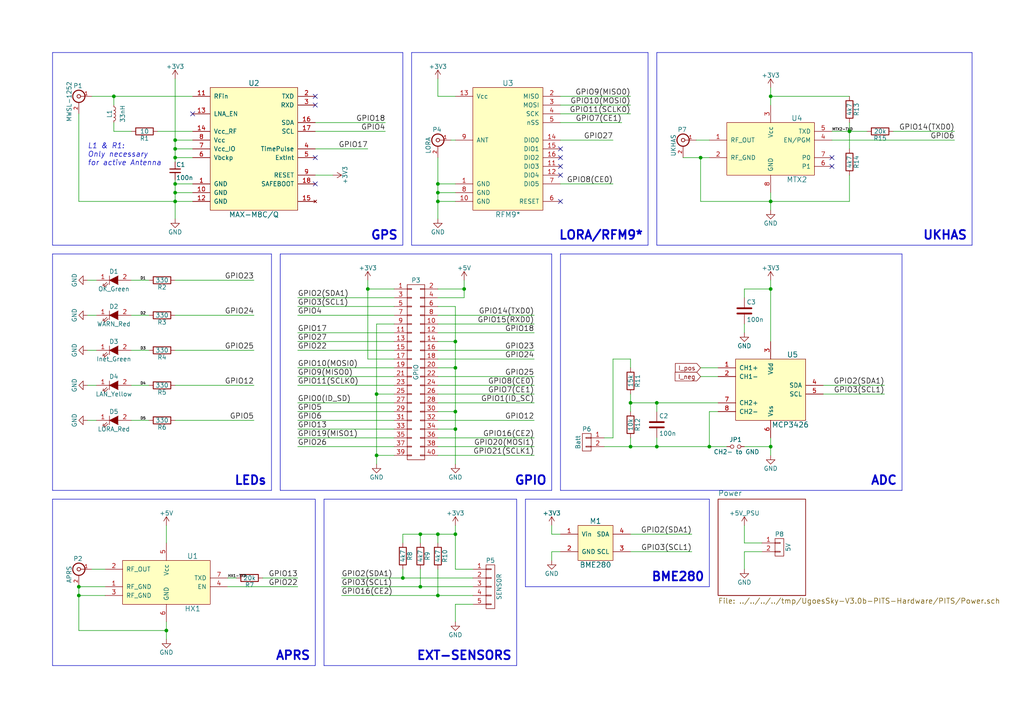
<source format=kicad_sch>
(kicad_sch (version 20230121) (generator eeschema)
  (paper "A4")
  (title_block (title "UgoesSky-V3.0b-PITS") (date "2018-05-09") (rev "C") (company "Jonas Gappert"))
  (lib_symbols
    (symbol "PITS-rescue:+3V3" (power) (pin_names (offset 0))
      (property "Value" "+3V3" (at 0 3.556 0))
      (symbol "+3V3_0_1"
        (polyline (pts (xy -0.762 1.27) (xy 0 2.54)))
        (polyline (pts (xy 0 0) (xy 0 2.54)))
        (polyline (pts (xy 0 2.54) (xy 0.762 1.27)))
      )
      (symbol "+3V3_1_1"
        (pin power_in line (at 0 0 90) (length 0) hide (name "+3V3") (number "1"))
      )
    )
    (symbol "PITS-rescue:+5V" (power) (pin_names (offset 0))
      (property "Value" "+5V" (at 0 3.556 0))
      (symbol "+5V_0_1"
        (polyline (pts (xy -0.762 1.27) (xy 0 2.54)))
        (polyline (pts (xy 0 0) (xy 0 2.54)))
        (polyline (pts (xy 0 2.54) (xy 0.762 1.27)))
      )
      (symbol "+5V_1_1"
        (pin power_in line (at 0 0 90) (length 0) hide (name "+5V") (number "1"))
      )
    )
    (symbol "PITS-rescue:+5V_PSU" (power) (pin_names (offset 0))
      (property "Value" "+5V_PSU" (at 0 3.556 0))
      (symbol "+5V_PSU_0_1"
        (polyline (pts (xy -0.762 1.27) (xy 0 2.54)))
        (polyline (pts (xy 0 0) (xy 0 2.54)))
        (polyline (pts (xy 0 2.54) (xy 0.762 1.27)))
      )
      (symbol "+5V_PSU_1_1"
        (pin power_in line (at 0 0 90) (length 0) hide (name "+5V_PSU") (number "1"))
      )
    )
    (symbol "PITS-rescue:BME280" (pin_names (offset 1.016))
      (property "Reference" "U" (at 0 6.35 0))
      (property "Value" "BME280" (at 0 -6.35 0))
      (symbol "BME280_0_1"
        (rectangle (start -5.08 5.08) (end 5.08 -5.08) (fill (type background)))
      )
      (symbol "BME280_1_1"
        (pin power_in line (at -10.16 2.54 0) (length 5.08) (name "Vin") (number "1"))
        (pin power_in line (at -10.16 -2.54 0) (length 5.08) (name "GND") (number "2"))
        (pin input line (at 10.16 -2.54 180) (length 5.08) (name "SCL") (number "3"))
        (pin bidirectional line (at 10.16 2.54 180) (length 5.08) (name "SDA") (number "4"))
      )
    )
    (symbol "PITS-rescue:BNC" (pin_names (offset 1.016) hide)
      (property "Reference" "P" (at 0.254 3.048 0))
      (property "Value" "BNC" (at 2.794 -1.524 90))
      (symbol "BNC_0_1"
        (circle (center 0 0) (radius 0.508) (stroke (width 0.2032)))
        (circle (center 0 0) (radius 1.778) (stroke (width 0.3048)))
      )
      (symbol "BNC_1_1"
        (pin passive line (at -3.81 0 0) (length 3.302) (name "In") (number "1"))
        (pin passive line (at 0 -5.08 90) (length 3.302) (name "Ext") (number "2"))
      )
    )
    (symbol "PITS-rescue:C" (pin_numbers hide) (pin_names (offset 0.254))
      (property "Reference" "C" (at 0.635 2.54 0))
      (property "Value" "C" (at 0.635 -2.54 0))
      (symbol "C_0_1"
        (polyline (pts (xy -2.032 -0.762) (xy 2.032 -0.762)) (stroke (width 0.508)))
        (polyline (pts (xy -2.032 0.762) (xy 2.032 0.762)) (stroke (width 0.508)))
      )
      (symbol "C_1_1"
        (pin passive line (at 0 3.81 270) (length 2.794) (name "~") (number "1"))
        (pin passive line (at 0 -3.81 90) (length 2.794) (name "~") (number "2"))
      )
    )
    (symbol "PITS-rescue:CONN_01X02" (pin_names (offset 1.016) hide)
      (property "Reference" "P" (at 0 3.81 0))
      (property "Value" "CONN_01X02" (at 2.54 0 90))
      (symbol "CONN_01X02_0_1"
        (rectangle (start -1.27 -1.143) (end 0.254 -1.397))
        (rectangle (start -1.27 1.397) (end 0.254 1.143))
        (rectangle (start -1.27 2.54) (end 1.27 -2.54))
      )
      (symbol "CONN_01X02_1_1"
        (pin passive line (at -5.08 1.27 0) (length 3.81) (name "P1") (number "1"))
        (pin passive line (at -5.08 -1.27 0) (length 3.81) (name "P2") (number "2"))
      )
    )
    (symbol "PITS-rescue:CONN_01X05" (pin_names (offset 1.016) hide)
      (property "Reference" "P" (at 0 7.62 0))
      (property "Value" "CONN_01X05" (at 2.54 0 90))
      (symbol "CONN_01X05_0_1"
        (rectangle (start -1.27 -4.953) (end 0.254 -5.207))
        (rectangle (start -1.27 -2.413) (end 0.254 -2.667))
        (rectangle (start -1.27 0.127) (end 0.254 -0.127))
        (rectangle (start -1.27 2.667) (end 0.254 2.413))
        (rectangle (start -1.27 5.207) (end 0.254 4.953))
        (rectangle (start -1.27 6.35) (end 1.27 -6.35))
      )
      (symbol "CONN_01X05_1_1"
        (pin passive line (at -5.08 5.08 0) (length 3.81) (name "P1") (number "1"))
        (pin passive line (at -5.08 2.54 0) (length 3.81) (name "P2") (number "2"))
        (pin passive line (at -5.08 0 0) (length 3.81) (name "P3") (number "3"))
        (pin passive line (at -5.08 -2.54 0) (length 3.81) (name "P4") (number "4"))
        (pin passive line (at -5.08 -5.08 0) (length 3.81) (name "P5") (number "5"))
      )
    )
    (symbol "PITS-rescue:CONN_02X20" (pin_names (offset 0.0254) hide)
      (property "Reference" "P" (at 0 26.67 0))
      (property "Value" "CONN_02X20" (at 0 0 90))
      (symbol "CONN_02X20_0_1"
        (rectangle (start -2.54 -24.003) (end -1.27 -24.257))
        (rectangle (start -2.54 -21.463) (end -1.27 -21.717))
        (rectangle (start -2.54 -18.923) (end -1.27 -19.177))
        (rectangle (start -2.54 -16.383) (end -1.27 -16.637))
        (rectangle (start -2.54 -13.843) (end -1.27 -14.097))
        (rectangle (start -2.54 -11.303) (end -1.27 -11.557))
        (rectangle (start -2.54 -8.763) (end -1.27 -9.017))
        (rectangle (start -2.54 -6.223) (end -1.27 -6.477))
        (rectangle (start -2.54 -3.683) (end -1.27 -3.937))
        (rectangle (start -2.54 -1.143) (end -1.27 -1.397))
        (rectangle (start -2.54 1.397) (end -1.27 1.143))
        (rectangle (start -2.54 3.937) (end -1.27 3.683))
        (rectangle (start -2.54 6.477) (end -1.27 6.223))
        (rectangle (start -2.54 9.017) (end -1.27 8.763))
        (rectangle (start -2.54 11.557) (end -1.27 11.303))
        (rectangle (start -2.54 14.097) (end -1.27 13.843))
        (rectangle (start -2.54 16.637) (end -1.27 16.383))
        (rectangle (start -2.54 19.177) (end -1.27 18.923))
        (rectangle (start -2.54 21.717) (end -1.27 21.463))
        (rectangle (start -2.54 24.257) (end -1.27 24.003))
        (rectangle (start -2.54 25.4) (end 2.54 -25.4))
        (rectangle (start 1.27 -24.003) (end 2.54 -24.257))
        (rectangle (start 1.27 -21.463) (end 2.54 -21.717))
        (rectangle (start 1.27 -18.923) (end 2.54 -19.177))
        (rectangle (start 1.27 -16.383) (end 2.54 -16.637))
        (rectangle (start 1.27 -13.843) (end 2.54 -14.097))
        (rectangle (start 1.27 -11.303) (end 2.54 -11.557))
        (rectangle (start 1.27 -8.763) (end 2.54 -9.017))
        (rectangle (start 1.27 -6.223) (end 2.54 -6.477))
        (rectangle (start 1.27 -3.683) (end 2.54 -3.937))
        (rectangle (start 1.27 -1.143) (end 2.54 -1.397))
        (rectangle (start 1.27 1.397) (end 2.54 1.143))
        (rectangle (start 1.27 3.937) (end 2.54 3.683))
        (rectangle (start 1.27 6.477) (end 2.54 6.223))
        (rectangle (start 1.27 9.017) (end 2.54 8.763))
        (rectangle (start 1.27 11.557) (end 2.54 11.303))
        (rectangle (start 1.27 14.097) (end 2.54 13.843))
        (rectangle (start 1.27 16.637) (end 2.54 16.383))
        (rectangle (start 1.27 19.177) (end 2.54 18.923))
        (rectangle (start 1.27 21.717) (end 2.54 21.463))
        (rectangle (start 1.27 24.257) (end 2.54 24.003))
      )
      (symbol "CONN_02X20_1_1"
        (pin passive line (at -6.35 24.13 0) (length 3.81) (name "P1") (number "1"))
        (pin passive line (at 6.35 13.97 180) (length 3.81) (name "P10") (number "10"))
        (pin passive line (at -6.35 11.43 0) (length 3.81) (name "P11") (number "11"))
        (pin passive line (at 6.35 11.43 180) (length 3.81) (name "P12") (number "12"))
        (pin passive line (at -6.35 8.89 0) (length 3.81) (name "P13") (number "13"))
        (pin passive line (at 6.35 8.89 180) (length 3.81) (name "P14") (number "14"))
        (pin passive line (at -6.35 6.35 0) (length 3.81) (name "P15") (number "15"))
        (pin passive line (at 6.35 6.35 180) (length 3.81) (name "P16") (number "16"))
        (pin passive line (at -6.35 3.81 0) (length 3.81) (name "P17") (number "17"))
        (pin passive line (at 6.35 3.81 180) (length 3.81) (name "P18") (number "18"))
        (pin passive line (at -6.35 1.27 0) (length 3.81) (name "P19") (number "19"))
        (pin passive line (at 6.35 24.13 180) (length 3.81) (name "P2") (number "2"))
        (pin passive line (at 6.35 1.27 180) (length 3.81) (name "P20") (number "20"))
        (pin passive line (at -6.35 -1.27 0) (length 3.81) (name "P21") (number "21"))
        (pin passive line (at 6.35 -1.27 180) (length 3.81) (name "P22") (number "22"))
        (pin passive line (at -6.35 -3.81 0) (length 3.81) (name "P23") (number "23"))
        (pin passive line (at 6.35 -3.81 180) (length 3.81) (name "P24") (number "24"))
        (pin passive line (at -6.35 -6.35 0) (length 3.81) (name "P25") (number "25"))
        (pin passive line (at 6.35 -6.35 180) (length 3.81) (name "P26") (number "26"))
        (pin passive line (at -6.35 -8.89 0) (length 3.81) (name "P27") (number "27"))
        (pin passive line (at 6.35 -8.89 180) (length 3.81) (name "P28") (number "28"))
        (pin passive line (at -6.35 -11.43 0) (length 3.81) (name "P29") (number "29"))
        (pin passive line (at -6.35 21.59 0) (length 3.81) (name "P3") (number "3"))
        (pin passive line (at 6.35 -11.43 180) (length 3.81) (name "P30") (number "30"))
        (pin passive line (at -6.35 -13.97 0) (length 3.81) (name "P31") (number "31"))
        (pin passive line (at 6.35 -13.97 180) (length 3.81) (name "P32") (number "32"))
        (pin passive line (at -6.35 -16.51 0) (length 3.81) (name "P33") (number "33"))
        (pin passive line (at 6.35 -16.51 180) (length 3.81) (name "P34") (number "34"))
        (pin passive line (at -6.35 -19.05 0) (length 3.81) (name "P35") (number "35"))
        (pin passive line (at 6.35 -19.05 180) (length 3.81) (name "P36") (number "36"))
        (pin passive line (at -6.35 -21.59 0) (length 3.81) (name "P37") (number "37"))
        (pin passive line (at 6.35 -21.59 180) (length 3.81) (name "P38") (number "38"))
        (pin passive line (at -6.35 -24.13 0) (length 3.81) (name "P39") (number "39"))
        (pin passive line (at 6.35 21.59 180) (length 3.81) (name "P4") (number "4"))
        (pin passive line (at 6.35 -24.13 180) (length 3.81) (name "P40") (number "40"))
        (pin passive line (at -6.35 19.05 0) (length 3.81) (name "P5") (number "5"))
        (pin passive line (at 6.35 19.05 180) (length 3.81) (name "P6") (number "6"))
        (pin passive line (at -6.35 16.51 0) (length 3.81) (name "P7") (number "7"))
        (pin passive line (at 6.35 16.51 180) (length 3.81) (name "P8") (number "8"))
        (pin passive line (at -6.35 13.97 0) (length 3.81) (name "P9") (number "9"))
      )
    )
    (symbol "PITS-rescue:C_Small" (pin_numbers hide) (pin_names (offset 0.254) hide)
      (property "Reference" "C" (at 0.254 1.778 0))
      (property "Value" "C_Small" (at 0.254 -2.032 0))
      (symbol "C_Small_0_1"
        (polyline (pts (xy -1.524 -0.508) (xy 1.524 -0.508)) (stroke (width 0.3302)))
        (polyline (pts (xy -1.524 0.508) (xy 1.524 0.508)) (stroke (width 0.3048)))
      )
      (symbol "C_Small_1_1"
        (pin passive line (at 0 2.54 270) (length 2.032) (name "~") (number "1"))
        (pin passive line (at 0 -2.54 90) (length 2.032) (name "~") (number "2"))
      )
    )
    (symbol "PITS-rescue:GND" (power) (pin_names (offset 0))
      (property "Value" "GND" (at 0 -3.81 0))
      (symbol "GND_0_1"
        (polyline (pts (xy 0 0) (xy 0 -1.27) (xy 1.27 -1.27) (xy 0 -2.54) (xy -1.27 -1.27) (xy 0 -1.27)))
      )
      (symbol "GND_1_1"
        (pin power_in line (at 0 0 270) (length 0) hide (name "GND") (number "1"))
      )
    )
    (symbol "PITS-rescue:HX1" (pin_names (offset 1.016))
      (property "Reference" "U" (at 7.62 6.35 0))
      (property "Value" "HX1" (at 7.62 -8.89 0))
      (symbol "HX1_0_1"
        (rectangle (start -12.7 5.08) (end 12.7 -7.62) (fill (type background)))
      )
      (symbol "HX1_1_1"
        (pin power_in line (at -17.78 -2.54 0) (length 5.08) (name "RF_GND") (number "1"))
        (pin output line (at -17.78 2.54 0) (length 5.08) (name "RF_OUT") (number "2"))
        (pin power_in line (at -17.78 -5.08 0) (length 5.08) (name "RF_GND") (number "3"))
        (pin input line (at 17.78 -2.54 180) (length 5.08) (name "EN") (number "4"))
        (pin power_in line (at 0 10.16 270) (length 5.08) (name "Vcc") (number "5"))
        (pin power_in line (at 0 -12.7 90) (length 5.08) (name "GND") (number "6"))
        (pin input line (at 17.78 0 180) (length 5.08) (name "TXD") (number "7"))
      )
    )
    (symbol "PITS-rescue:INDUCTOR_Small" (pin_numbers hide) (pin_names (offset 0.254) hide)
      (property "Reference" "L" (at 0.762 1.016 0))
      (property "Value" "INDUCTOR_Small" (at 0.762 -1.016 0))
      (symbol "INDUCTOR_Small_0_1"
        (arc (start 0 -2.032) (mid 0.5058 -1.524) (end 0 -1.016))
        (arc (start 0 -1.016) (mid 0.5058 -0.508) (end 0 0))
        (arc (start 0 0) (mid 0.5058 0.508) (end 0 1.016))
        (arc (start 0 1.016) (mid 0.5058 1.524) (end 0 2.032))
      )
      (symbol "INDUCTOR_Small_1_1"
        (pin passive line (at 0 2.54 270) (length 0.508) (name "~") (number "1"))
        (pin passive line (at 0 -2.54 90) (length 0.508) (name "~") (number "2"))
      )
    )
    (symbol "PITS-rescue:JUMPER_NO_Small" (pin_numbers hide) (pin_names (offset 0.762) hide)
      (property "Reference" "JP" (at 0 2.032 0))
      (property "Value" "JUMPER_NO_Small" (at 0.254 -1.524 0))
      (symbol "JUMPER_NO_Small_0_1"
        (circle (center -1.016 0) (radius 0.508))
        (circle (center 1.016 0) (radius 0.508))
        (pin passive line (at -2.54 0 0) (length 1.016) (name "1") (number "1"))
        (pin passive line (at 2.54 0 180) (length 1.016) (name "2") (number "2"))
      )
    )
    (symbol "PITS-rescue:LED" (pin_names (offset 1.016) hide)
      (property "Reference" "D" (at 0 2.54 0))
      (property "Value" "LED" (at 0 -2.54 0))
      (symbol "LED_0_1"
        (polyline (pts (xy -1.27 1.27) (xy -1.27 -1.27)))
        (polyline (pts (xy -2.032 -0.635) (xy -3.175 -1.651) (xy -3.048 -1.016)))
        (polyline (pts (xy -1.651 -1.016) (xy -2.794 -2.032) (xy -2.667 -1.397)))
        (polyline (pts (xy 1.27 1.27) (xy -1.27 0) (xy 1.27 -1.27)) (fill (type outline)))
      )
      (symbol "LED_1_1"
        (pin passive line (at -5.08 0 0) (length 3.81) (name "K") (number "1"))
        (pin passive line (at 5.08 0 180) (length 3.81) (name "A") (number "2"))
      )
    )
    (symbol "PITS-rescue:MAX-M8C/Q" (pin_names (offset 1.016))
      (property "Reference" "U" (at 0 19.05 0))
      (property "Value" "MAX-M8C/Q" (at 0 -19.05 0))
      (symbol "MAX-M8C/Q_0_1"
        (rectangle (start -12.7 17.78) (end 12.7 -17.78) (fill (type background)))
      )
      (symbol "MAX-M8C/Q_1_1"
        (pin power_in line (at -17.78 -10.16 0) (length 5.08) (name "GND") (number "1"))
        (pin power_in line (at -17.78 -12.7 0) (length 5.08) (name "GND") (number "10"))
        (pin input line (at -17.78 15.24 0) (length 5.08) (name "RFin") (number "11"))
        (pin power_in line (at -17.78 -15.24 0) (length 5.08) (name "GND") (number "12"))
        (pin output line (at -17.78 10.16 0) (length 5.08) (name "LNA_EN") (number "13"))
        (pin power_in line (at -17.78 5.08 0) (length 5.08) (name "Vcc_RF") (number "14"))
        (pin no_connect line (at 17.78 -15.24 180) (length 5.08) (name "~") (number "15"))
        (pin bidirectional line (at 17.78 7.62 180) (length 5.08) (name "SDA") (number "16"))
        (pin bidirectional line (at 17.78 5.08 180) (length 5.08) (name "SCL") (number "17"))
        (pin input line (at 17.78 -10.16 180) (length 5.08) (name "SAFEBOOT") (number "18"))
        (pin output line (at 17.78 15.24 180) (length 5.08) (name "TXD") (number "2"))
        (pin input line (at 17.78 12.7 180) (length 5.08) (name "RXD") (number "3"))
        (pin output line (at 17.78 0 180) (length 5.08) (name "TimePulse") (number "4"))
        (pin input line (at 17.78 -2.54 180) (length 5.08) (name "ExtInt") (number "5"))
        (pin power_in line (at -17.78 -2.54 0) (length 5.08) (name "Vbckp") (number "6"))
        (pin power_in line (at -17.78 0 0) (length 5.08) (name "Vcc_IO") (number "7"))
        (pin power_in line (at -17.78 2.54 0) (length 5.08) (name "Vcc") (number "8"))
        (pin input line (at 17.78 -7.62 180) (length 5.08) (name "RESET") (number "9"))
      )
    )
    (symbol "PITS-rescue:MCP3426" (pin_names (offset 1.016))
      (property "Reference" "U" (at 6.35 8.89 0))
      (property "Value" "MCP3426" (at 5.715 -11.43 0))
      (symbol "MCP3426_0_1"
        (rectangle (start -10.16 -10.16) (end 10.16 7.62) (fill (type background)))
      )
      (symbol "MCP3426_1_1"
        (pin input line (at -15.24 5.08 0) (length 5.08) (name "CH1+") (number "1"))
        (pin input line (at -15.24 2.54 0) (length 5.08) (name "CH1-") (number "2"))
        (pin power_in line (at 0 12.7 270) (length 5.08) (name "Vdd") (number "3"))
        (pin bidirectional line (at 15.24 0 180) (length 5.08) (name "SDA") (number "4"))
        (pin input line (at 15.24 -2.54 180) (length 5.08) (name "SCL") (number "5"))
        (pin power_in line (at 0 -15.24 90) (length 5.08) (name "Vss") (number "6"))
        (pin input line (at -15.24 -5.08 0) (length 5.08) (name "CH2+") (number "7"))
        (pin input line (at -15.24 -7.62 0) (length 5.08) (name "CH2-") (number "8"))
      )
    )
    (symbol "PITS-rescue:MTX2" (pin_names (offset 1.016))
      (property "Reference" "U" (at 7.62 8.89 0))
      (property "Value" "MTX2" (at 7.62 -8.89 0))
      (symbol "MTX2_0_1"
        (rectangle (start -12.7 7.62) (end 12.7 -7.62) (fill (type background)))
      )
      (symbol "MTX2_1_1"
        (pin output line (at -17.78 2.54 0) (length 5.08) (name "RF_OUT") (number "1"))
        (pin power_in line (at -17.78 -2.54 0) (length 5.08) (name "RF_GND") (number "2"))
        (pin power_in line (at 0 12.7 270) (length 5.08) (name "Vcc") (number "3"))
        (pin input line (at 17.78 2.54 180) (length 5.08) (name "EN/PGM") (number "4"))
        (pin input line (at 17.78 5.08 180) (length 5.08) (name "TXD") (number "5"))
        (pin input line (at 17.78 -5.08 180) (length 5.08) (name "P1") (number "6"))
        (pin input line (at 17.78 -2.54 180) (length 5.08) (name "P0") (number "7"))
        (pin power_in line (at 0 -12.7 90) (length 5.08) (name "GND") (number "8"))
      )
    )
    (symbol "PITS-rescue:R" (pin_numbers hide) (pin_names (offset 0))
      (property "Reference" "R" (at 2.032 0 90))
      (property "Value" "R" (at 0 0 90))
      (symbol "R_0_1"
        (rectangle (start -1.016 -2.54) (end 1.016 2.54) (stroke (width 0.254)))
      )
      (symbol "R_1_1"
        (pin passive line (at 0 3.81 270) (length 1.27) (name "~") (number "1"))
        (pin passive line (at 0 -3.81 90) (length 1.27) (name "~") (number "2"))
      )
    )
    (symbol "PITS-rescue:RFM9*" (pin_names (offset 1.016))
      (property "Reference" "U" (at 0 19.05 0))
      (property "Value" "RFM9*" (at 0 -19.05 0))
      (symbol "RFM9*_0_1"
        (rectangle (start -10.16 17.78) (end 10.16 -17.78) (fill (type background)))
      )
      (symbol "RFM9*_1_1"
        (pin power_in line (at -15.24 -10.16 0) (length 5.08) (name "GND") (number "1"))
        (pin power_in line (at -15.24 -15.24 0) (length 5.08) (name "GND") (number "10"))
        (pin bidirectional line (at 15.24 -5.08 180) (length 5.08) (name "DIO3") (number "11"))
        (pin bidirectional line (at 15.24 -7.62 180) (length 5.08) (name "DIO4") (number "12"))
        (pin power_in line (at -15.24 15.24 0) (length 5.08) (name "Vcc") (number "13"))
        (pin bidirectional line (at 15.24 2.54 180) (length 5.08) (name "DIO0") (number "14"))
        (pin bidirectional line (at 15.24 0 180) (length 5.08) (name "DIO1") (number "15"))
        (pin bidirectional line (at 15.24 -2.54 180) (length 5.08) (name "DIO2") (number "16"))
        (pin input line (at 15.24 15.24 180) (length 5.08) (name "MISO") (number "2"))
        (pin output line (at 15.24 12.7 180) (length 5.08) (name "MOSI") (number "3"))
        (pin input line (at 15.24 10.16 180) (length 5.08) (name "SCK") (number "4"))
        (pin input line (at 15.24 7.62 180) (length 5.08) (name "nSS") (number "5"))
        (pin bidirectional line (at 15.24 -15.24 180) (length 5.08) (name "RESET") (number "6"))
        (pin bidirectional line (at 15.24 -10.16 180) (length 5.08) (name "DIO5") (number "7"))
        (pin power_in line (at -15.24 -12.7 0) (length 5.08) (name "GND") (number "8"))
        (pin output line (at -15.24 2.54 0) (length 5.08) (name "ANT") (number "9"))
      )
    )
  )
  (junction (at 109.22 132.08))
  (junction (at 127 154.94))
  (junction (at 132.08 119.38))
  (junction (at 132.08 106.68))
  (junction (at 182.88 129.54))
  (junction (at 50.8 40.64))
  (junction (at 223.52 129.54))
  (junction (at 116.84 167.64))
  (junction (at 50.8 45.72))
  (junction (at 190.5 129.54))
  (junction (at 132.08 154.94))
  (junction (at 246.38 38.1))
  (junction (at 205.74 129.54))
  (junction (at 48.26 182.88))
  (junction (at 203.2 45.72))
  (junction (at 50.8 55.88))
  (junction (at 190.5 116.84))
  (junction (at 134.62 83.82))
  (junction (at 132.08 124.46))
  (junction (at 33.02 27.94))
  (junction (at 223.52 83.82))
  (junction (at 22.86 172.72))
  (junction (at 127 55.88))
  (junction (at 223.52 27.94))
  (junction (at 182.88 116.84))
  (junction (at 127 53.34))
  (junction (at 127 58.42))
  (junction (at 109.22 114.3))
  (junction (at 127 172.72))
  (junction (at 121.92 170.18))
  (junction (at 223.52 58.42))
  (junction (at 106.68 83.82))
  (junction (at 50.8 43.18))
  (junction (at 50.8 58.42))
  (junction (at 22.86 170.18))
  (junction (at 121.92 154.94))
  (junction (at 50.8 53.34))
  (junction (at 132.08 99.06))
  (no_connect (at 91.44 27.94))
  (no_connect (at 91.44 30.48))
  (no_connect (at 162.56 45.72))
  (no_connect (at 91.44 53.34))
  (no_connect (at 55.88 33.02))
  (no_connect (at 162.56 43.18))
  (no_connect (at 241.3 48.26))
  (no_connect (at 162.56 58.42))
  (no_connect (at 162.56 50.8))
  (no_connect (at 241.3 45.72))
  (no_connect (at 91.44 45.72))
  (no_connect (at 162.56 48.26))
  (wire (pts (xy 177.8 104.14) (xy 177.8 127)))
  (wire (pts (xy 127 45.72) (xy 127 53.34)))
  (wire (pts (xy 45.72 38.1) (xy 55.88 38.1)))
  (wire (pts (xy 215.9 152.4) (xy 215.9 157.48)))
  (wire (pts (xy 198.12 45.72) (xy 203.2 45.72)))
  (wire (pts (xy 127 124.46) (xy 132.08 124.46)))
  (wire (pts (xy 132.08 53.34) (xy 127 53.34)))
  (wire (pts (xy 50.8 81.28) (xy 73.66 81.28)))
  (polyline (pts (xy 91.44 193.04) (xy 15.24 193.04)))
  (wire (pts (xy 91.44 35.56) (xy 111.76 35.56)))
  (wire (pts (xy 43.18 91.44) (xy 38.1 91.44)))
  (wire (pts (xy 127 101.6) (xy 154.94 101.6)))
  (wire (pts (xy 43.18 121.92) (xy 38.1 121.92)))
  (polyline (pts (xy 149.86 193.04) (xy 93.98 193.04)))
  (wire (pts (xy 25.4 121.92) (xy 27.94 121.92)))
  (wire (pts (xy 190.5 116.84) (xy 208.28 116.84)))
  (wire (pts (xy 203.2 45.72) (xy 203.2 58.42)))
  (wire (pts (xy 215.9 96.52) (xy 215.9 93.98)))
  (wire (pts (xy 215.9 165.1) (xy 215.9 160.02)))
  (wire (pts (xy 114.3 106.68) (xy 86.36 106.68)))
  (wire (pts (xy 91.44 43.18) (xy 106.68 43.18)))
  (wire (pts (xy 25.4 91.44) (xy 27.94 91.44)))
  (wire (pts (xy 132.08 119.38) (xy 132.08 124.46)))
  (wire (pts (xy 223.52 132.08) (xy 223.52 129.54)))
  (wire (pts (xy 215.9 86.36) (xy 215.9 83.82)))
  (polyline (pts (xy 15.24 193.04) (xy 15.24 144.78)))
  (wire (pts (xy 203.2 58.42) (xy 223.52 58.42)))
  (wire (pts (xy 238.76 111.76) (xy 256.54 111.76)))
  (wire (pts (xy 154.94 96.52) (xy 127 96.52)))
  (wire (pts (xy 55.88 40.64) (xy 50.8 40.64)))
  (wire (pts (xy 106.68 83.82) (xy 114.3 83.82)))
  (wire (pts (xy 121.92 157.48) (xy 121.92 154.94)))
  (wire (pts (xy 121.92 154.94) (xy 127 154.94)))
  (wire (pts (xy 190.5 129.54) (xy 190.5 127)))
  (wire (pts (xy 127 88.9) (xy 132.08 88.9)))
  (wire (pts (xy 223.52 55.88) (xy 223.52 58.42)))
  (wire (pts (xy 162.56 30.48) (xy 182.88 30.48)))
  (wire (pts (xy 109.22 132.08) (xy 109.22 134.62)))
  (wire (pts (xy 127 106.68) (xy 132.08 106.68)))
  (wire (pts (xy 25.4 111.76) (xy 27.94 111.76)))
  (wire (pts (xy 223.52 58.42) (xy 223.52 60.96)))
  (wire (pts (xy 223.52 25.4) (xy 223.52 27.94)))
  (wire (pts (xy 114.3 111.76) (xy 86.36 111.76)))
  (wire (pts (xy 66.04 167.64) (xy 68.58 167.64)))
  (wire (pts (xy 127 58.42) (xy 132.08 58.42)))
  (polyline (pts (xy 116.84 15.24) (xy 116.84 71.12)))
  (wire (pts (xy 33.02 30.48) (xy 33.02 27.94)))
  (wire (pts (xy 132.08 124.46) (xy 132.08 134.62)))
  (wire (pts (xy 127 172.72) (xy 137.16 172.72)))
  (wire (pts (xy 114.3 93.98) (xy 109.22 93.98)))
  (wire (pts (xy 246.38 35.56) (xy 246.38 38.1)))
  (wire (pts (xy 116.84 165.1) (xy 116.84 167.64)))
  (wire (pts (xy 127 58.42) (xy 127 63.5)))
  (wire (pts (xy 134.62 81.28) (xy 134.62 83.82)))
  (wire (pts (xy 127 165.1) (xy 127 172.72)))
  (wire (pts (xy 33.02 27.94) (xy 55.88 27.94)))
  (wire (pts (xy 132.08 88.9) (xy 132.08 99.06)))
  (wire (pts (xy 127 55.88) (xy 132.08 55.88)))
  (wire (pts (xy 215.9 129.54) (xy 223.52 129.54)))
  (wire (pts (xy 30.48 165.1) (xy 26.67 165.1)))
  (polyline (pts (xy 281.94 71.12) (xy 190.5 71.12)))
  (wire (pts (xy 114.3 91.44) (xy 86.36 91.44)))
  (wire (pts (xy 50.8 40.64) (xy 50.8 43.18)))
  (wire (pts (xy 38.1 111.76) (xy 43.18 111.76)))
  (wire (pts (xy 30.48 172.72) (xy 22.86 172.72)))
  (wire (pts (xy 154.94 91.44) (xy 127 91.44)))
  (wire (pts (xy 50.8 91.44) (xy 73.66 91.44)))
  (wire (pts (xy 22.86 33.02) (xy 22.86 58.42)))
  (wire (pts (xy 127 129.54) (xy 154.94 129.54)))
  (wire (pts (xy 182.88 116.84) (xy 190.5 116.84)))
  (wire (pts (xy 205.74 119.38) (xy 208.28 119.38)))
  (wire (pts (xy 22.86 170.18) (xy 22.86 172.72)))
  (wire (pts (xy 132.08 99.06) (xy 132.08 106.68)))
  (wire (pts (xy 106.68 81.28) (xy 106.68 83.82)))
  (wire (pts (xy 162.56 53.34) (xy 177.8 53.34)))
  (polyline (pts (xy 78.74 73.66) (xy 78.74 142.24)))
  (polyline (pts (xy 15.24 142.24) (xy 15.24 73.66)))
  (wire (pts (xy 160.02 160.02) (xy 162.56 160.02)))
  (wire (pts (xy 241.3 38.1) (xy 246.38 38.1)))
  (wire (pts (xy 154.94 111.76) (xy 127 111.76)))
  (polyline (pts (xy 119.38 71.12) (xy 119.38 15.24)))
  (wire (pts (xy 50.8 53.34) (xy 50.8 55.88)))
  (polyline (pts (xy 187.96 71.12) (xy 119.38 71.12)))
  (wire (pts (xy 38.1 38.1) (xy 33.02 38.1)))
  (wire (pts (xy 86.36 127) (xy 114.3 127)))
  (wire (pts (xy 246.38 38.1) (xy 246.38 43.18)))
  (wire (pts (xy 182.88 154.94) (xy 200.66 154.94)))
  (wire (pts (xy 86.36 88.9) (xy 114.3 88.9)))
  (wire (pts (xy 48.26 182.88) (xy 48.26 185.42)))
  (wire (pts (xy 132.08 152.4) (xy 132.08 154.94)))
  (wire (pts (xy 50.8 58.42) (xy 55.88 58.42)))
  (polyline (pts (xy 281.94 15.24) (xy 281.94 71.12)))
  (wire (pts (xy 116.84 157.48) (xy 116.84 154.94)))
  (wire (pts (xy 99.06 167.64) (xy 116.84 167.64)))
  (wire (pts (xy 238.76 114.3) (xy 256.54 114.3)))
  (wire (pts (xy 182.88 129.54) (xy 182.88 127)))
  (wire (pts (xy 114.3 114.3) (xy 109.22 114.3)))
  (wire (pts (xy 38.1 101.6) (xy 43.18 101.6)))
  (wire (pts (xy 130.81 40.64) (xy 132.08 40.64)))
  (polyline (pts (xy 81.28 142.24) (xy 81.28 73.66)))
  (polyline (pts (xy 149.86 144.78) (xy 149.86 193.04)))
  (wire (pts (xy 132.08 175.26) (xy 137.16 175.26)))
  (polyline (pts (xy 15.24 71.12) (xy 15.24 15.24)))
  (wire (pts (xy 132.08 165.1) (xy 137.16 165.1)))
  (polyline (pts (xy 119.38 15.24) (xy 187.96 15.24)))
  (polyline (pts (xy 15.24 144.78) (xy 91.44 144.78)))
  (polyline (pts (xy 205.74 170.18) (xy 152.4 170.18)))
  (wire (pts (xy 50.8 58.42) (xy 50.8 63.5)))
  (wire (pts (xy 50.8 45.72) (xy 55.88 45.72)))
  (wire (pts (xy 116.84 167.64) (xy 137.16 167.64)))
  (wire (pts (xy 99.06 172.72) (xy 127 172.72)))
  (wire (pts (xy 55.88 53.34) (xy 50.8 53.34)))
  (wire (pts (xy 205.74 40.64) (xy 201.93 40.64)))
  (polyline (pts (xy 91.44 144.78) (xy 91.44 193.04)))
  (wire (pts (xy 154.94 127) (xy 127 127)))
  (wire (pts (xy 26.67 27.94) (xy 33.02 27.94)))
  (wire (pts (xy 22.86 182.88) (xy 48.26 182.88)))
  (wire (pts (xy 121.92 165.1) (xy 121.92 170.18)))
  (polyline (pts (xy 190.5 71.12) (xy 190.5 15.24)))
  (wire (pts (xy 127 93.98) (xy 154.94 93.98)))
  (wire (pts (xy 50.8 101.6) (xy 73.66 101.6)))
  (wire (pts (xy 132.08 180.34) (xy 132.08 175.26)))
  (wire (pts (xy 205.74 129.54) (xy 210.82 129.54)))
  (wire (pts (xy 190.5 116.84) (xy 190.5 119.38)))
  (wire (pts (xy 50.8 43.18) (xy 50.8 45.72)))
  (wire (pts (xy 50.8 111.76) (xy 73.66 111.76)))
  (wire (pts (xy 86.36 109.22) (xy 114.3 109.22)))
  (wire (pts (xy 25.4 101.6) (xy 27.94 101.6)))
  (wire (pts (xy 66.04 170.18) (xy 86.36 170.18)))
  (wire (pts (xy 127 27.94) (xy 132.08 27.94)))
  (wire (pts (xy 86.36 96.52) (xy 114.3 96.52)))
  (wire (pts (xy 182.88 104.14) (xy 182.88 106.68)))
  (wire (pts (xy 223.52 81.28) (xy 223.52 83.82)))
  (polyline (pts (xy 261.62 73.66) (xy 261.62 142.24)))
  (wire (pts (xy 160.02 154.94) (xy 162.56 154.94)))
  (wire (pts (xy 121.92 170.18) (xy 137.16 170.18)))
  (wire (pts (xy 132.08 106.68) (xy 132.08 119.38)))
  (wire (pts (xy 246.38 58.42) (xy 246.38 50.8)))
  (polyline (pts (xy 162.56 142.24) (xy 162.56 73.66)))
  (wire (pts (xy 109.22 93.98) (xy 109.22 114.3)))
  (polyline (pts (xy 162.56 73.66) (xy 261.62 73.66)))
  (wire (pts (xy 50.8 52.07) (xy 50.8 53.34)))
  (wire (pts (xy 22.86 172.72) (xy 22.86 182.88)))
  (wire (pts (xy 22.86 58.42) (xy 50.8 58.42)))
  (wire (pts (xy 127 109.22) (xy 154.94 109.22)))
  (wire (pts (xy 86.36 116.84) (xy 114.3 116.84)))
  (polyline (pts (xy 78.74 142.24) (xy 15.24 142.24)))
  (wire (pts (xy 25.4 81.28) (xy 27.94 81.28)))
  (wire (pts (xy 154.94 104.14) (xy 127 104.14)))
  (wire (pts (xy 134.62 86.36) (xy 127 86.36)))
  (wire (pts (xy 48.26 180.34) (xy 48.26 182.88)))
  (polyline (pts (xy 160.02 73.66) (xy 160.02 142.24)))
  (wire (pts (xy 246.38 38.1) (xy 251.46 38.1)))
  (wire (pts (xy 86.36 101.6) (xy 114.3 101.6)))
  (polyline (pts (xy 261.62 142.24) (xy 162.56 142.24)))
  (wire (pts (xy 127 83.82) (xy 134.62 83.82)))
  (wire (pts (xy 203.2 45.72) (xy 205.74 45.72)))
  (wire (pts (xy 127 22.86) (xy 127 27.94)))
  (wire (pts (xy 154.94 132.08) (xy 127 132.08)))
  (wire (pts (xy 215.9 157.48) (xy 220.98 157.48)))
  (polyline (pts (xy 152.4 144.78) (xy 205.74 144.78)))
  (wire (pts (xy 86.36 121.92) (xy 114.3 121.92)))
  (polyline (pts (xy 15.24 15.24) (xy 116.84 15.24)))
  (wire (pts (xy 182.88 129.54) (xy 190.5 129.54)))
  (wire (pts (xy 99.06 170.18) (xy 121.92 170.18)))
  (wire (pts (xy 114.3 129.54) (xy 86.36 129.54)))
  (wire (pts (xy 91.44 38.1) (xy 111.76 38.1)))
  (wire (pts (xy 50.8 43.18) (xy 55.88 43.18)))
  (wire (pts (xy 177.8 104.14) (xy 182.88 104.14)))
  (wire (pts (xy 114.3 86.36) (xy 86.36 86.36)))
  (wire (pts (xy 127 99.06) (xy 132.08 99.06)))
  (polyline (pts (xy 160.02 142.24) (xy 81.28 142.24)))
  (wire (pts (xy 203.2 106.68) (xy 208.28 106.68)))
  (wire (pts (xy 182.88 160.02) (xy 200.66 160.02)))
  (wire (pts (xy 109.22 114.3) (xy 109.22 132.08)))
  (wire (pts (xy 160.02 162.56) (xy 160.02 160.02)))
  (wire (pts (xy 114.3 99.06) (xy 86.36 99.06)))
  (wire (pts (xy 177.8 127) (xy 175.26 127)))
  (wire (pts (xy 33.02 38.1) (xy 33.02 35.56)))
  (wire (pts (xy 223.52 129.54) (xy 223.52 127)))
  (polyline (pts (xy 152.4 170.18) (xy 152.4 144.78)))
  (wire (pts (xy 114.3 119.38) (xy 86.36 119.38)))
  (wire (pts (xy 276.86 40.64) (xy 241.3 40.64)))
  (wire (pts (xy 127 119.38) (xy 132.08 119.38)))
  (wire (pts (xy 223.52 83.82) (xy 223.52 99.06)))
  (wire (pts (xy 215.9 83.82) (xy 223.52 83.82)))
  (wire (pts (xy 175.26 129.54) (xy 182.88 129.54)))
  (wire (pts (xy 182.88 116.84) (xy 182.88 119.38)))
  (polyline (pts (xy 190.5 15.24) (xy 281.94 15.24)))
  (wire (pts (xy 134.62 83.82) (xy 134.62 86.36)))
  (wire (pts (xy 182.88 114.3) (xy 182.88 116.84)))
  (wire (pts (xy 127 55.88) (xy 127 58.42)))
  (wire (pts (xy 48.26 157.48) (xy 48.26 152.4)))
  (wire (pts (xy 50.8 22.86) (xy 50.8 40.64)))
  (polyline (pts (xy 116.84 71.12) (xy 15.24 71.12)))
  (wire (pts (xy 50.8 55.88) (xy 50.8 58.42)))
  (wire (pts (xy 50.8 55.88) (xy 55.88 55.88)))
  (wire (pts (xy 223.52 58.42) (xy 246.38 58.42)))
  (wire (pts (xy 106.68 104.14) (xy 114.3 104.14)))
  (wire (pts (xy 162.56 27.94) (xy 182.88 27.94)))
  (wire (pts (xy 190.5 129.54) (xy 205.74 129.54)))
  (wire (pts (xy 38.1 81.28) (xy 43.18 81.28)))
  (wire (pts (xy 154.94 116.84) (xy 127 116.84)))
  (wire (pts (xy 116.84 154.94) (xy 121.92 154.94)))
  (wire (pts (xy 127 121.92) (xy 154.94 121.92)))
  (wire (pts (xy 160.02 152.4) (xy 160.02 154.94)))
  (wire (pts (xy 114.3 124.46) (xy 86.36 124.46)))
  (polyline (pts (xy 93.98 193.04) (xy 93.98 144.78)))
  (wire (pts (xy 106.68 83.82) (xy 106.68 104.14)))
  (wire (pts (xy 127 114.3) (xy 154.94 114.3)))
  (wire (pts (xy 127 154.94) (xy 132.08 154.94)))
  (wire (pts (xy 91.44 50.8) (xy 96.52 50.8)))
  (wire (pts (xy 162.56 33.02) (xy 182.88 33.02)))
  (wire (pts (xy 127 154.94) (xy 127 157.48)))
  (polyline (pts (xy 15.24 73.66) (xy 78.74 73.66)))
  (polyline (pts (xy 93.98 144.78) (xy 149.86 144.78)))
  (wire (pts (xy 132.08 154.94) (xy 132.08 165.1)))
  (wire (pts (xy 127 53.34) (xy 127 55.88)))
  (wire (pts (xy 114.3 132.08) (xy 109.22 132.08)))
  (wire (pts (xy 180.34 35.56) (xy 162.56 35.56)))
  (wire (pts (xy 50.8 45.72) (xy 50.8 46.99)))
  (polyline (pts (xy 205.74 144.78) (xy 205.74 170.18)))
  (wire (pts (xy 162.56 40.64) (xy 177.8 40.64)))
  (wire (pts (xy 205.74 129.54) (xy 205.74 119.38)))
  (polyline (pts (xy 81.28 73.66) (xy 160.02 73.66)))
  (wire (pts (xy 246.38 27.94) (xy 223.52 27.94)))
  (wire (pts (xy 50.8 121.92) (xy 73.66 121.92)))
  (wire (pts (xy 76.2 167.64) (xy 86.36 167.64)))
  (wire (pts (xy 203.2 109.22) (xy 208.28 109.22)))
  (wire (pts (xy 22.86 170.18) (xy 30.48 170.18)))
  (wire (pts (xy 223.52 27.94) (xy 223.52 30.48)))
  (wire (pts (xy 259.08 38.1) (xy 276.86 38.1)))
  (wire (pts (xy 215.9 160.02) (xy 220.98 160.02)))
  (polyline (pts (xy 187.96 15.24) (xy 187.96 71.12)))
  (text "LORA/RFM9*" (at 186.69 69.85 0) (effects (font (size 2.54 2.54) (thickness 0.508) bold) (justify right bottom)))
  (text "UKHAS" (at 280.67 69.85 0) (effects (font (size 2.54 2.54) (thickness 0.508) bold) (justify right bottom)))
  (text "EXT-SENSORS" (at 148.59 191.77 0) (effects (font (size 2.54 2.54) (thickness 0.508) bold) (justify right bottom)))
  (text "BME280" (at 204.47 168.91 0) (effects (font (size 2.54 2.54) (thickness 0.508) bold) (justify right bottom)))
  (text "GPIO" (at 158.75 140.97 0) (effects (font (size 2.54 2.54) (thickness 0.508) bold) (justify right bottom)))
  (text "GPS" (at 115.57 69.85 0) (effects (font (size 2.54 2.54) (thickness 0.508) bold) (justify right bottom)))
  (text "L1 & R1:\nOnly necessary\nfor active Antenna" (at 25.4 48.26 0) (effects (font (size 1.524 1.524) italic) (justify left bottom)))
  (text "ADC" (at 260.35 140.97 0) (effects (font (size 2.54 2.54) (thickness 0.508) bold) (justify right bottom)))
  (text "LEDs" (at 77.47 140.97 0) (effects (font (size 2.54 2.54) (thickness 0.508) bold) (justify right bottom)))
  (text "APRS\n" (at 90.17 191.77 0) (effects (font (size 2.54 2.54) (thickness 0.508) bold) (justify right bottom)))
  (label "GPIO22" (at 86.36 170.18 180) (effects (font (size 1.524 1.524))))
  (label "GPIO25" (at 73.66 101.6 180) (effects (font (size 1.524 1.524))))
  (label "GPIO4" (at 111.76 38.1 180) (effects (font (size 1.524 1.524))))
  (label "GPIO27" (at 177.8 40.64 180) (effects (font (size 1.524 1.524))))
  (label "GPIO4" (at 86.36 91.44 0) (effects (font (size 1.524 1.524))))
  (label "GPIO6" (at 86.36 121.92 0) (effects (font (size 1.524 1.524))))
  (label "GPIO0(ID_SD)" (at 86.36 116.84 0) (effects (font (size 1.524 1.524))))
  (label "GPIO13" (at 86.36 167.64 180) (effects (font (size 1.524 1.524))))
  (label "GPIO26" (at 86.36 129.54 0) (effects (font (size 1.524 1.524))))
  (label "D5" (at 40.64 121.92 0) (effects (font (size 0.762 0.762))))
  (label "GPIO5" (at 73.66 121.92 180) (effects (font (size 1.524 1.524))))
  (label "GPIO5" (at 86.36 119.38 0) (effects (font (size 1.524 1.524))))
  (label "GPIO23" (at 73.66 81.28 180) (effects (font (size 1.524 1.524))))
  (label "GPIO1(ID_SC)" (at 154.94 116.84 180) (effects (font (size 1.524 1.524))))
  (label "D2" (at 40.64 91.44 0) (effects (font (size 0.762 0.762))))
  (label "GPIO14(TXD0)" (at 154.94 91.44 180) (effects (font (size 1.524 1.524))))
  (label "GPIO17" (at 86.36 96.52 0) (effects (font (size 1.524 1.524))))
  (label "GPIO24" (at 154.94 104.14 180) (effects (font (size 1.524 1.524))))
  (label "GPIO3(SCL1)" (at 86.36 88.9 0) (effects (font (size 1.524 1.524))))
  (label "GPIO15(RXD0)" (at 154.94 93.98 180) (effects (font (size 1.524 1.524))))
  (label "GPIO22" (at 86.36 101.6 0) (effects (font (size 1.524 1.524))))
  (label "GPIO12" (at 154.94 121.92 180) (effects (font (size 1.524 1.524))))
  (label "GPIO19(MISO1)" (at 86.36 127 0) (effects (font (size 1.524 1.524))))
  (label "GPIO7(CE1)" (at 180.34 35.56 180) (effects (font (size 1.524 1.524))))
  (label "GPIO7(CE1)" (at 154.94 114.3 180) (effects (font (size 1.524 1.524))))
  (label "GPIO9(MISO0)" (at 182.88 27.94 180) (effects (font (size 1.524 1.524))))
  (label "GPIO2(SDA1)" (at 200.66 154.94 180) (effects (font (size 1.524 1.524))))
  (label "GPIO12" (at 73.66 111.76 180) (effects (font (size 1.524 1.524))))
  (label "D4" (at 40.64 111.76 0) (effects (font (size 0.762 0.762))))
  (label "GPIO8(CE0)" (at 154.94 111.76 180) (effects (font (size 1.524 1.524))))
  (label "GPIO8(CE0)" (at 177.8 53.34 180) (effects (font (size 1.524 1.524))))
  (label "GPIO3(SCL1)" (at 200.66 160.02 180) (effects (font (size 1.524 1.524))))
  (label "GPIO2(SDA1)" (at 99.06 167.64 0) (effects (font (size 1.524 1.524))))
  (label "D3" (at 40.64 101.6 0) (effects (font (size 0.762 0.762))))
  (label "GPIO9(MISO0)" (at 86.36 109.22 0) (effects (font (size 1.524 1.524))))
  (label "GPIO23" (at 154.94 101.6 180) (effects (font (size 1.524 1.524))))
  (label "GPIO11(SCLK0)" (at 86.36 111.76 0) (effects (font (size 1.524 1.524))))
  (label "GPIO24" (at 73.66 91.44 180) (effects (font (size 1.524 1.524))))
  (label "GPIO3(SCL1)" (at 99.06 170.18 0) (effects (font (size 1.524 1.524))))
  (label "GPIO21(SCLK1)" (at 154.94 132.08 180) (effects (font (size 1.524 1.524))))
  (label "GPIO18" (at 111.76 35.56 180) (effects (font (size 1.524 1.524))))
  (label "D1" (at 40.64 81.28 0) (effects (font (size 0.762 0.762))))
  (label "GPIO17" (at 106.68 43.18 180) (effects (font (size 1.524 1.524))))
  (label "GPIO10(MOSI0)" (at 182.88 30.48 180) (effects (font (size 1.524 1.524))))
  (label "GPIO10(MOSI0)" (at 86.36 106.68 0) (effects (font (size 1.524 1.524))))
  (label "HX1-TXD" (at 66.04 167.64 0) (effects (font (size 0.762 0.762))))
  (label "GPIO3(SCL1)" (at 256.54 114.3 180) (effects (font (size 1.524 1.524))))
  (label "GPIO11(SCLK0)" (at 182.88 33.02 180) (effects (font (size 1.524 1.524))))
  (label "GPIO20(MOSI1)" (at 154.94 129.54 180) (effects (font (size 1.524 1.524))))
  (label "GPIO16(CE2)" (at 99.06 172.72 0) (effects (font (size 1.524 1.524))))
  (label "GPIO27" (at 86.36 99.06 0) (effects (font (size 1.524 1.524))))
  (label "GPIO2(SDA1)" (at 256.54 111.76 180) (effects (font (size 1.524 1.524))))
  (label "GPIO25" (at 154.94 109.22 180) (effects (font (size 1.524 1.524))))
  (label "GPIO2(SDA1)" (at 86.36 86.36 0) (effects (font (size 1.524 1.524))))
  (label "GPIO18" (at 154.94 96.52 180) (effects (font (size 1.524 1.524))))
  (label "MTX2-TXD" (at 241.3 38.1 0) (effects (font (size 0.762 0.762))))
  (label "GPIO16(CE2)" (at 154.94 127 180) (effects (font (size 1.524 1.524))))
  (label "GPIO14(TXD0)" (at 276.86 38.1 180) (effects (font (size 1.524 1.524))))
  (label "GPIO13" (at 86.36 124.46 0) (effects (font (size 1.524 1.524))))
  (label "GPIO6" (at 276.86 40.64 180) (effects (font (size 1.524 1.524))))
  (global_label "I_neg" (shape input) (at 203.2 109.22 180) (property "Intersheetrefs" "${INTERSHEET_REFS}" (effects hide)))
  (global_label "I_pos" (shape input) (at 203.2 106.68 180) (property "Intersheetrefs" "${INTERSHEET_REFS}" (effects hide)))
  (symbol (lib_id "PITS-rescue:CONN_02X20") (at 120.65 107.95 0) (unit 1)
    (property "Reference" "P3" (at 120.65 81.28 0))
    (property "Value" "GPIO" (at 120.65 107.95 90))
    (property "Footprint" "Socket_Strips:Socket_Strip_Straight_2x20" (effects hide))
  )
  (symbol (lib_id "PITS-rescue:+3V3") (at 106.68 81.28 0) (unit 1)
    (property "Reference" "#PWR01" (effects hide))
    (property "Value" "+3V3" (at 106.68 77.724 0))
  )
  (symbol (lib_id "PITS-rescue:+5V") (at 134.62 81.28 0) (unit 1)
    (property "Reference" "#PWR02" (effects hide))
    (property "Value" "+5V" (at 134.62 77.724 0))
  )
  (symbol (lib_id "PITS-rescue:GND") (at 132.08 134.62 0) (unit 1)
    (property "Reference" "#PWR03" (effects hide))
    (property "Value" "GND" (at 132.08 138.43 0))
  )
  (symbol (lib_id "PITS-rescue:GND") (at 109.22 134.62 0) (unit 1)
    (property "Reference" "#PWR04" (effects hide))
    (property "Value" "GND" (at 109.22 138.43 0))
  )
  (symbol (lib_id "PITS-rescue:LED") (at 33.02 81.28 0) (unit 1)
    (property "Reference" "D1" (at 33.02 78.74 0))
    (property "Value" "OK_Green" (at 33.02 83.82 0))
    (property "Footprint" "LEDs:LED_0603" (effects hide))
  )
  (symbol (lib_id "PITS-rescue:LED") (at 33.02 91.44 0) (unit 1)
    (property "Reference" "D2" (at 33.02 88.9 0))
    (property "Value" "WARN_Red" (at 33.02 93.98 0))
    (property "Footprint" "LEDs:LED_0603" (effects hide))
  )
  (symbol (lib_id "PITS-rescue:LED") (at 33.02 101.6 0) (unit 1)
    (property "Reference" "D3" (at 33.02 99.06 0))
    (property "Value" "Inet_Green" (at 33.02 104.14 0))
    (property "Footprint" "LEDs:LED_0603" (effects hide))
  )
  (symbol (lib_id "PITS-rescue:R") (at 46.99 81.28 270) (unit 1)
    (property "Reference" "R2" (at 46.99 83.312 90))
    (property "Value" "330" (at 46.99 81.28 90))
    (property "Footprint" "Resistors_SMD:R_0603_HandSoldering" (effects hide))
  )
  (symbol (lib_id "PITS-rescue:R") (at 46.99 91.44 270) (unit 1)
    (property "Reference" "R3" (at 46.99 93.472 90))
    (property "Value" "330" (at 46.99 91.44 90))
    (property "Footprint" "Resistors_SMD:R_0603_HandSoldering" (effects hide))
  )
  (symbol (lib_id "PITS-rescue:R") (at 46.99 101.6 270) (unit 1)
    (property "Reference" "R4" (at 46.99 103.632 90))
    (property "Value" "330" (at 46.99 101.6 90))
    (property "Footprint" "Resistors_SMD:R_0603_HandSoldering" (effects hide))
  )
  (symbol (lib_id "PITS-rescue:GND") (at 25.4 81.28 270) (unit 1)
    (property "Reference" "#PWR05" (effects hide))
    (property "Value" "GND" (at 21.59 81.28 0))
  )
  (symbol (lib_id "PITS-rescue:GND") (at 25.4 91.44 270) (unit 1)
    (property "Reference" "#PWR06" (effects hide))
    (property "Value" "GND" (at 21.59 91.44 0))
  )
  (symbol (lib_id "PITS-rescue:GND") (at 25.4 101.6 270) (unit 1)
    (property "Reference" "#PWR07" (effects hide))
    (property "Value" "GND" (at 21.59 101.6 0))
  )
  (symbol (lib_id "PITS-rescue:LED") (at 33.02 111.76 0) (unit 1)
    (property "Reference" "D4" (at 33.02 109.22 0))
    (property "Value" "LAN_Yellow" (at 33.02 114.3 0))
    (property "Footprint" "LEDs:LED_0603" (effects hide))
  )
  (symbol (lib_id "PITS-rescue:LED") (at 33.02 121.92 0) (unit 1)
    (property "Reference" "D5" (at 33.02 119.38 0))
    (property "Value" "LORA_Red" (at 33.02 124.46 0))
    (property "Footprint" "LEDs:LED_0603" (effects hide))
  )
  (symbol (lib_id "PITS-rescue:R") (at 46.99 111.76 270) (unit 1)
    (property "Reference" "R5" (at 46.99 113.792 90))
    (property "Value" "330" (at 46.99 111.76 90))
    (property "Footprint" "Resistors_SMD:R_0603_HandSoldering" (effects hide))
  )
  (symbol (lib_id "PITS-rescue:R") (at 46.99 121.92 270) (unit 1)
    (property "Reference" "R6" (at 46.99 123.952 90))
    (property "Value" "330" (at 46.99 121.92 90))
    (property "Footprint" "Resistors_SMD:R_0603_HandSoldering" (effects hide))
  )
  (symbol (lib_id "PITS-rescue:GND") (at 25.4 111.76 270) (unit 1)
    (property "Reference" "#PWR08" (effects hide))
    (property "Value" "GND" (at 21.59 111.76 0))
  )
  (symbol (lib_id "PITS-rescue:GND") (at 25.4 121.92 270) (unit 1)
    (property "Reference" "#PWR09" (effects hide))
    (property "Value" "GND" (at 21.59 121.92 0))
  )
  (symbol (lib_id "PITS-rescue:MCP3426") (at 223.52 111.76 0) (unit 1)
    (property "Reference" "U5" (at 229.87 102.87 0) (effects (font (size 1.524 1.524))))
    (property "Value" "MCP3426" (at 229.235 123.19 0) (effects (font (size 1.524 1.524))))
    (property "Footprint" "Housings_SOIC:SOIC-8_3.9x4.9mm_Pitch1.27mm" (effects hide))
  )
  (symbol (lib_id "PITS-rescue:GND") (at 223.52 132.08 0) (unit 1)
    (property "Reference" "#PWR010" (effects hide))
    (property "Value" "GND" (at 223.52 135.89 0))
  )
  (symbol (lib_id "PITS-rescue:C") (at 215.9 90.17 0) (unit 1)
    (property "Reference" "C3" (at 216.535 87.63 0) (effects (justify left)))
    (property "Value" "100n" (at 216.535 92.71 0) (effects (justify left)))
    (property "Footprint" "Capacitors_SMD:C_0603_HandSoldering" (effects hide))
  )
  (symbol (lib_id "PITS-rescue:GND") (at 215.9 96.52 0) (unit 1)
    (property "Reference" "#PWR011" (effects hide))
    (property "Value" "GND" (at 215.9 100.33 0))
  )
  (symbol (lib_id "PITS-rescue:+3V3") (at 223.52 81.28 0) (unit 1)
    (property "Reference" "#PWR012" (effects hide))
    (property "Value" "+3V3" (at 223.52 77.724 0))
  )
  (symbol (lib_id "PITS-rescue:RFM9*") (at 147.32 43.18 0) (unit 1)
    (property "Reference" "U3" (at 147.32 24.13 0) (effects (font (size 1.524 1.524))))
    (property "Value" "RFM9*" (at 147.32 62.23 0) (effects (font (size 1.524 1.524))))
    (property "Footprint" "RF_Modules:RFM9xW" (effects hide))
  )
  (symbol (lib_id "PITS-rescue:GND") (at 127 63.5 0) (unit 1)
    (property "Reference" "#PWR013" (effects hide))
    (property "Value" "GND" (at 127 67.31 0))
  )
  (symbol (lib_id "PITS-rescue:BNC") (at 127 40.64 0) (mirror y) (unit 1)
    (property "Reference" "P4" (at 126.746 37.592 0))
    (property "Value" "LORA" (at 124.206 42.164 90))
    (property "Footprint" "Connectors:SMA_Edge_small" (effects hide))
  )
  (symbol (lib_id "PITS-rescue:MTX2") (at 223.52 43.18 0) (unit 1)
    (property "Reference" "U4" (at 231.14 34.29 0) (effects (font (size 1.524 1.524))))
    (property "Value" "MTX2" (at 231.14 52.07 0) (effects (font (size 1.524 1.524))))
    (property "Footprint" "RF_Modules:MTX2" (effects hide))
  )
  (symbol (lib_id "PITS-rescue:+3V3") (at 223.52 25.4 0) (unit 1)
    (property "Reference" "#PWR014" (effects hide))
    (property "Value" "+3V3" (at 223.52 21.844 0))
  )
  (symbol (lib_id "PITS-rescue:GND") (at 223.52 60.96 0) (unit 1)
    (property "Reference" "#PWR015" (effects hide))
    (property "Value" "GND" (at 223.52 64.77 0))
  )
  (symbol (lib_id "PITS-rescue:R") (at 246.38 46.99 0) (unit 1)
    (property "Reference" "R14" (at 248.412 46.99 90))
    (property "Value" "4k7" (at 246.38 46.99 90))
    (property "Footprint" "Resistors_SMD:R_0603_HandSoldering" (effects hide))
  )
  (symbol (lib_id "PITS-rescue:R") (at 246.38 31.75 0) (unit 1)
    (property "Reference" "R13" (at 248.412 31.75 90))
    (property "Value" "4k7" (at 246.38 31.75 90))
    (property "Footprint" "Resistors_SMD:R_0603_HandSoldering" (effects hide))
  )
  (symbol (lib_id "PITS-rescue:BNC") (at 198.12 40.64 0) (mirror y) (unit 1)
    (property "Reference" "P7" (at 197.866 37.592 0))
    (property "Value" "UKHAS" (at 195.326 42.164 90))
    (property "Footprint" "Connectors:SMA_Edge_small" (effects hide))
  )
  (symbol (lib_id "PITS-rescue:HX1") (at 48.26 167.64 0) (unit 1)
    (property "Reference" "U1" (at 55.88 161.29 0) (effects (font (size 1.524 1.524))))
    (property "Value" "HX1" (at 55.88 176.53 0) (effects (font (size 1.524 1.524))))
    (property "Footprint" "RF_Modules:HX1_Horizontal" (effects hide))
  )
  (symbol (lib_id "PITS-rescue:+5V") (at 48.26 152.4 0) (unit 1)
    (property "Reference" "#PWR016" (effects hide))
    (property "Value" "+5V" (at 48.26 148.844 0))
  )
  (symbol (lib_id "PITS-rescue:GND") (at 48.26 185.42 0) (unit 1)
    (property "Reference" "#PWR017" (effects hide))
    (property "Value" "GND" (at 48.26 189.23 0))
  )
  (symbol (lib_id "PITS-rescue:BNC") (at 22.86 165.1 0) (mirror y) (unit 1)
    (property "Reference" "P2" (at 22.606 162.052 0))
    (property "Value" "APRS" (at 20.066 166.624 90))
    (property "Footprint" "Connectors:SMA_Edge_small" (effects hide))
  )
  (symbol (lib_id "PITS-rescue:R") (at 72.39 167.64 270) (unit 1)
    (property "Reference" "R7" (at 72.39 169.672 90))
    (property "Value" "20k" (at 72.39 167.64 90))
    (property "Footprint" "Resistors_SMD:R_0603_HandSoldering" (effects hide))
  )
  (symbol (lib_id "PITS-rescue:R") (at 255.27 38.1 270) (unit 1)
    (property "Reference" "R15" (at 255.27 40.132 90))
    (property "Value" "20k" (at 255.27 38.1 90))
    (property "Footprint" "Resistors_SMD:R_0603_HandSoldering" (effects hide))
  )
  (symbol (lib_id "PITS-rescue:MAX-M8C/Q") (at 73.66 43.18 0) (unit 1)
    (property "Reference" "U2" (at 73.66 24.13 0) (effects (font (size 1.524 1.524))))
    (property "Value" "MAX-M8C/Q" (at 73.66 62.23 0) (effects (font (size 1.524 1.524))))
    (property "Footprint" "RF_Modules:MAX-M8" (effects hide))
  )
  (symbol (lib_id "PITS-rescue:GND") (at 50.8 63.5 0) (unit 1)
    (property "Reference" "#PWR018" (effects hide))
    (property "Value" "GND" (at 50.8 67.31 0))
  )
  (symbol (lib_id "PITS-rescue:+3V3") (at 50.8 22.86 0) (unit 1)
    (property "Reference" "#PWR019" (effects hide))
    (property "Value" "+3V3" (at 50.8 19.304 0))
  )
  (symbol (lib_id "PITS-rescue:C_Small") (at 50.8 49.53 0) (unit 1)
    (property "Reference" "C1" (at 51.054 47.752 0) (effects (justify left)))
    (property "Value" "100n" (at 51.054 51.562 0) (effects (justify left)))
    (property "Footprint" "Capacitors_SMD:C_0603_HandSoldering" (effects hide))
  )
  (symbol (lib_id "PITS-rescue:BNC") (at 22.86 27.94 0) (mirror y) (unit 1)
    (property "Reference" "P1" (at 22.606 24.892 0))
    (property "Value" "MWSL-1252" (at 20.066 29.464 90))
    (property "Footprint" "RF_Modules:MWSL1252" (effects hide))
  )
  (symbol (lib_id "PITS-rescue:R") (at 41.91 38.1 270) (unit 1)
    (property "Reference" "R1" (at 41.91 40.132 90))
    (property "Value" "10" (at 41.91 38.1 90))
    (property "Footprint" "Resistors_SMD:R_0603_HandSoldering" (effects hide))
  )
  (symbol (lib_id "PITS-rescue:INDUCTOR_Small") (at 33.02 33.02 0) (unit 1)
    (property "Reference" "L1" (at 31.75 33.02 90))
    (property "Value" "33nH" (at 35.56 33.02 90))
    (property "Footprint" "Resistors_SMD:R_0805_HandSoldering" (effects hide))
  )
  (symbol (lib_id "PITS-rescue:R") (at 127 161.29 0) (unit 1)
    (property "Reference" "R10" (at 129.032 161.29 90))
    (property "Value" "4k7" (at 127 161.29 90))
    (property "Footprint" "Resistors_SMD:R_0603_HandSoldering" (effects hide))
  )
  (symbol (lib_id "PITS-rescue:R") (at 116.84 161.29 0) (unit 1)
    (property "Reference" "R8" (at 118.872 161.29 90))
    (property "Value" "4k7" (at 116.84 161.29 90))
    (property "Footprint" "Resistors_SMD:R_0603_HandSoldering" (effects hide))
  )
  (symbol (lib_id "PITS-rescue:R") (at 121.92 161.29 0) (unit 1)
    (property "Reference" "R9" (at 123.952 161.29 90))
    (property "Value" "4k7" (at 121.92 161.29 90))
    (property "Footprint" "Resistors_SMD:R_0603_HandSoldering" (effects hide))
  )
  (symbol (lib_id "PITS-rescue:+3V3") (at 127 22.86 0) (unit 1)
    (property "Reference" "#PWR020" (effects hide))
    (property "Value" "+3V3" (at 127 19.304 0))
  )
  (symbol (lib_id "PITS-rescue:+3V3") (at 96.52 50.8 270) (unit 1)
    (property "Reference" "#PWR021" (effects hide))
    (property "Value" "+3V3" (at 100.076 50.8 0))
  )
  (symbol (lib_id "PITS-rescue:CONN_01X02") (at 226.06 158.75 0) (unit 1)
    (property "Reference" "P8" (at 226.06 154.94 0))
    (property "Value" "5V" (at 228.6 158.75 90))
    (property "Footprint" "Connectors:SMD_2_xsmall" (effects hide))
  )
  (symbol (lib_id "PITS-rescue:GND") (at 215.9 165.1 0) (unit 1)
    (property "Reference" "#PWR022" (effects hide))
    (property "Value" "GND" (at 215.9 168.91 0))
  )
  (symbol (lib_id "PITS-rescue:BME280") (at 172.72 157.48 0) (unit 1)
    (property "Reference" "M1" (at 172.72 151.13 0) (effects (font (size 1.524 1.524))))
    (property "Value" "BME280" (at 172.72 163.83 0) (effects (font (size 1.524 1.524))))
  )
  (symbol (lib_id "PITS-rescue:GND") (at 160.02 162.56 0) (unit 1)
    (property "Reference" "#PWR023" (effects hide))
    (property "Value" "GND" (at 160.02 166.37 0))
  )
  (symbol (lib_id "PITS-rescue:+3V3") (at 160.02 152.4 0) (unit 1)
    (property "Reference" "#PWR024" (effects hide))
    (property "Value" "+3V3" (at 160.02 148.844 0))
  )
  (symbol (lib_id "PITS-rescue:+5V_PSU") (at 215.9 152.4 0) (unit 1)
    (property "Reference" "#PWR025" (effects hide))
    (property "Value" "+5V_PSU" (at 215.9 148.844 0))
  )
  (symbol (lib_id "PITS-rescue:CONN_01X02") (at 170.18 128.27 0) (mirror y) (unit 1)
    (property "Reference" "P6" (at 170.18 124.46 0))
    (property "Value" "Batt" (at 167.64 128.27 90))
    (property "Footprint" "Connectors:SMD_2_xsmall" (effects hide))
  )
  (symbol (lib_id "PITS-rescue:CONN_01X05") (at 142.24 170.18 0) (unit 1)
    (property "Reference" "P5" (at 142.24 162.56 0))
    (property "Value" "SENSOR" (at 144.78 170.18 90))
    (property "Footprint" "Connectors:SMD_5_xsmall" (effects hide))
  )
  (symbol (lib_id "PITS-rescue:+3V3") (at 132.08 152.4 0) (unit 1)
    (property "Reference" "#PWR027" (effects hide))
    (property "Value" "+3V3" (at 132.08 148.844 0))
  )
  (symbol (lib_id "PITS-rescue:GND") (at 132.08 180.34 0) (unit 1)
    (property "Reference" "#PWR026" (effects hide))
    (property "Value" "GND" (at 132.08 184.15 0))
  )
  (symbol (lib_id "PITS-rescue:R") (at 182.88 110.49 0) (unit 1)
    (property "Reference" "R11" (at 184.912 110.49 90))
    (property "Value" "15k" (at 182.88 110.49 90))
    (property "Footprint" "Resistors_SMD:R_0805_HandSoldering" (effects hide))
  )
  (symbol (lib_id "PITS-rescue:R") (at 182.88 123.19 0) (unit 1)
    (property "Reference" "R12" (at 184.912 123.19 90))
    (property "Value" "10k" (at 182.88 123.19 90))
    (property "Footprint" "Resistors_SMD:R_0805_HandSoldering" (effects hide))
  )
  (symbol (lib_id "PITS-rescue:C") (at 190.5 123.19 0) (unit 1)
    (property "Reference" "C2" (at 191.135 120.65 0) (effects (justify left)))
    (property "Value" "100n" (at 191.135 125.73 0) (effects (justify left)))
    (property "Footprint" "Capacitors_SMD:C_0603_HandSoldering" (effects hide))
  )
  (symbol (lib_id "PITS-rescue:JUMPER_NO_Small") (at 213.36 129.54 0) (unit 1)
    (property "Reference" "JP1" (at 213.36 127.508 0))
    (property "Value" "CH2- to GND" (at 213.614 131.064 0))
    (property "Footprint" "Resistors_SMD:R_0603_HandSoldering" (effects hide))
  )
  (sheet (at 208.28 144.78) (size 25.4 27.94)
    (property "Sheetname" "Power" (at 208.28 143.9414 0) (effects (font (size 1.524 1.524)) (justify left bottom)))
    (property "Sheetfile" "../../../../tmp/UgoesSky-V3.0b-PITS-Hardware/PITS/Power.sch" (at 208.28 173.4062 0) (effects (font (size 1.524 1.524)) (justify left top)))
  )
)
</source>
